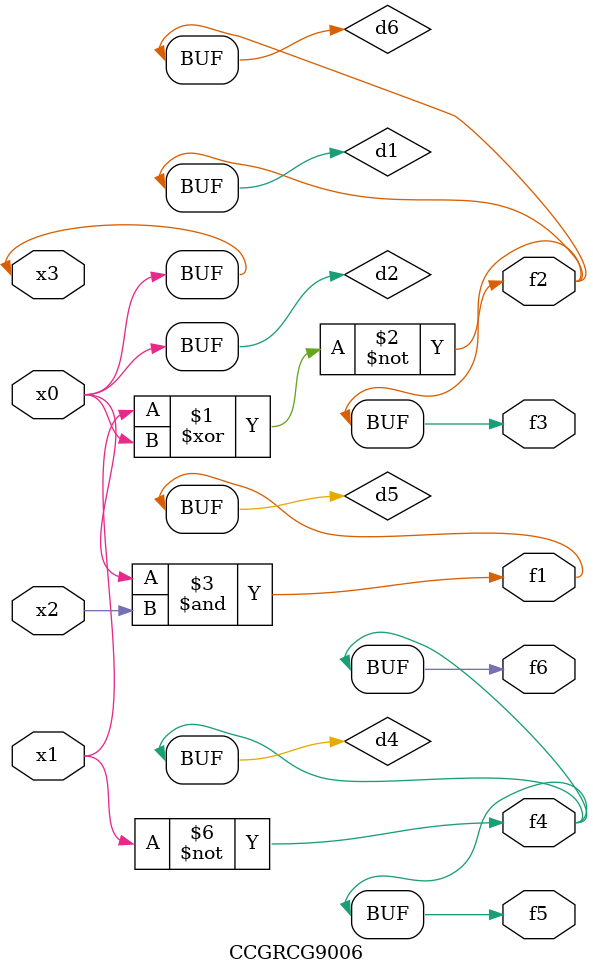
<source format=v>
module CCGRCG9006(
	input x0, x1, x2, x3,
	output f1, f2, f3, f4, f5, f6
);

	wire d1, d2, d3, d4, d5, d6;

	xnor (d1, x1, x3);
	buf (d2, x0, x3);
	nand (d3, x0, x2);
	not (d4, x1);
	nand (d5, d3);
	or (d6, d1);
	assign f1 = d5;
	assign f2 = d6;
	assign f3 = d6;
	assign f4 = d4;
	assign f5 = d4;
	assign f6 = d4;
endmodule

</source>
